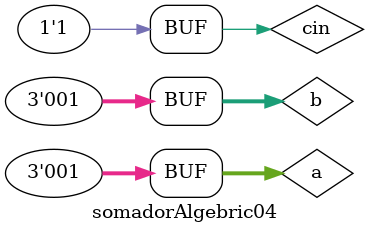
<source format=v>

`include "publico.v"

module somadorAlgebric04();
	reg [2:0]a;
	reg [2:0]b;
	wire [2:0]cout;
	wire [2:0]s;
	wire [2:0]p;
	wire [2:0]q;
	wire x;
	wire y;
	reg cin;
	
	incremento IN1(q,a);
	
	entradaB EN1(p[0], b[0], cin);
	entradaB EN2(p[1], b[1], cin);
	entradaB EN3(p[2], b[2], cin);
	
	fullAdder FA1(s[0], cout[0], q[0], p[0], cin);
	fullAdder FA2(s[1], cout[1], q[1], p[1], cout[0]);
	fullAdder FA3(s[2], cout[2], q[2], p[2], cout[1]);
	
	xor XOR1(x, cout[2], cin);
	nor NOR1(y, s[0], s[0], s[1], s[2]);

	initial begin
			a=3'b000; b=3'b000; cin=0;
		$display("Exemplo0034 - Djonatas Tulio Rodrigues Costa - 440954");
		$display("Somador algebrico para calcular a soma e a subtracao c/ flag\n");
		$display("a(inc1)  +      b   =   s    carry  flag    overflow\n");
		$monitor("%b(%d)   +   %b(%d) = %b(%d) --- %b  --- %b   ---%b", q, q, b, b, s, s, x, y, x);
			#1 a=3'b101; b=3'b011;
			#1 a=3'b010; b=3'b110;
			#1 a=3'b011; b=3'b100;
			#1 a=3'b100; b=3'b010;
			#1 a=3'b101; b=3'b001;
			#1 a=3'b110; b=3'b001;
			#1 a=3'b111; b=3'b000;
			#1 a=3'b011; b=3'b011;
			#1 a=3'b100; b=3'b010;
			#1 a=3'b001; b=3'b001;
			#1 a=3'b110; b=3'b100;
			#1 a=3'b001; b=3'b001;
			#1 a=3'b010; b=3'b010;
			#1 a=3'b001; b=3'b001;

			#1 a=3'b000; b=3'b000;cin=1;
		$display("\na(inc1)  -      b   =   s    carry  flag    overflow\n");
		$monitor("%b(%d)   -   %b(%d) = %b(%d) --- %b  --- %b   ---%b", q, q, b, b, s, s, x, y, x);
			#1 a=3'b101; b=3'b011;
			#1 a=3'b010; b=3'b110;
			#1 a=3'b011; b=3'b100;
			#1 a=3'b100; b=3'b010;
			#1 a=3'b101; b=3'b001;
			#1 a=3'b110; b=3'b001;
			#1 a=3'b111; b=3'b000;
			#1 a=3'b011; b=3'b011;
			#1 a=3'b100; b=3'b010;
			#1 a=3'b001; b=3'b001;
			#1 a=3'b110; b=3'b100;
			#1 a=3'b001; b=3'b001;
			#1 a=3'b010; b=3'b010;
			#1 a=3'b001; b=3'b001;
	end
	
endmodule // somadorAlgebrico04
</source>
